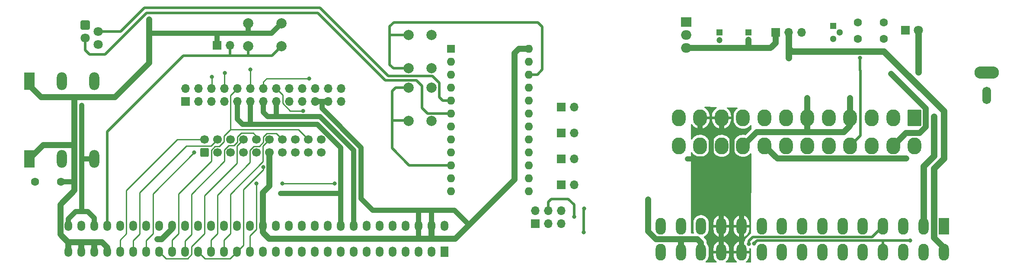
<source format=gbr>
%TF.GenerationSoftware,KiCad,Pcbnew,7.0.5*%
%TF.CreationDate,2024-11-28T08:35:35+00:00*%
%TF.ProjectId,Lisa_Floppy_Power,4c697361-5f46-46c6-9f70-70795f506f77,rev?*%
%TF.SameCoordinates,Original*%
%TF.FileFunction,Copper,L2,Bot*%
%TF.FilePolarity,Positive*%
%FSLAX46Y46*%
G04 Gerber Fmt 4.6, Leading zero omitted, Abs format (unit mm)*
G04 Created by KiCad (PCBNEW 7.0.5) date 2024-11-28 08:35:35*
%MOMM*%
%LPD*%
G01*
G04 APERTURE LIST*
G04 Aperture macros list*
%AMRoundRect*
0 Rectangle with rounded corners*
0 $1 Rounding radius*
0 $2 $3 $4 $5 $6 $7 $8 $9 X,Y pos of 4 corners*
0 Add a 4 corners polygon primitive as box body*
4,1,4,$2,$3,$4,$5,$6,$7,$8,$9,$2,$3,0*
0 Add four circle primitives for the rounded corners*
1,1,$1+$1,$2,$3*
1,1,$1+$1,$4,$5*
1,1,$1+$1,$6,$7*
1,1,$1+$1,$8,$9*
0 Add four rect primitives between the rounded corners*
20,1,$1+$1,$2,$3,$4,$5,0*
20,1,$1+$1,$4,$5,$6,$7,0*
20,1,$1+$1,$6,$7,$8,$9,0*
20,1,$1+$1,$8,$9,$2,$3,0*%
G04 Aperture macros list end*
%TA.AperFunction,ComponentPad*%
%ADD10R,1.500000X2.000000*%
%TD*%
%TA.AperFunction,ComponentPad*%
%ADD11O,1.500000X2.000000*%
%TD*%
%TA.AperFunction,ComponentPad*%
%ADD12R,1.700000X1.700000*%
%TD*%
%TA.AperFunction,ComponentPad*%
%ADD13O,1.700000X1.700000*%
%TD*%
%TA.AperFunction,ComponentPad*%
%ADD14R,1.600000X1.600000*%
%TD*%
%TA.AperFunction,ComponentPad*%
%ADD15O,1.600000X1.600000*%
%TD*%
%TA.AperFunction,ComponentPad*%
%ADD16R,1.800000X1.800000*%
%TD*%
%TA.AperFunction,ComponentPad*%
%ADD17C,1.800000*%
%TD*%
%TA.AperFunction,ComponentPad*%
%ADD18RoundRect,0.250000X0.600000X-0.600000X0.600000X0.600000X-0.600000X0.600000X-0.600000X-0.600000X0*%
%TD*%
%TA.AperFunction,ComponentPad*%
%ADD19C,1.700000*%
%TD*%
%TA.AperFunction,ComponentPad*%
%ADD20C,1.600000*%
%TD*%
%TA.AperFunction,ComponentPad*%
%ADD21C,2.000000*%
%TD*%
%TA.AperFunction,ComponentPad*%
%ADD22R,1.200000X1.200000*%
%TD*%
%TA.AperFunction,ComponentPad*%
%ADD23C,1.200000*%
%TD*%
%TA.AperFunction,ComponentPad*%
%ADD24O,4.800000X2.400000*%
%TD*%
%TA.AperFunction,ComponentPad*%
%ADD25O,1.700000X3.400000*%
%TD*%
%TA.AperFunction,ComponentPad*%
%ADD26R,1.300000X1.300000*%
%TD*%
%TA.AperFunction,ComponentPad*%
%ADD27C,1.300000*%
%TD*%
%TA.AperFunction,ComponentPad*%
%ADD28RoundRect,0.250000X-0.650000X0.650000X-0.650000X-0.650000X0.650000X-0.650000X0.650000X0.650000X0*%
%TD*%
%TA.AperFunction,ComponentPad*%
%ADD29R,2.000000X3.300000*%
%TD*%
%TA.AperFunction,ComponentPad*%
%ADD30O,2.000000X3.300000*%
%TD*%
%TA.AperFunction,ComponentPad*%
%ADD31R,2.000000X3.500000*%
%TD*%
%TA.AperFunction,ComponentPad*%
%ADD32O,2.000000X3.500000*%
%TD*%
%TA.AperFunction,ComponentPad*%
%ADD33R,2.000000X1.905000*%
%TD*%
%TA.AperFunction,ComponentPad*%
%ADD34O,2.000000X1.905000*%
%TD*%
%TA.AperFunction,ComponentPad*%
%ADD35RoundRect,0.250001X1.099999X1.399999X-1.099999X1.399999X-1.099999X-1.399999X1.099999X-1.399999X0*%
%TD*%
%TA.AperFunction,ComponentPad*%
%ADD36O,2.700000X3.300000*%
%TD*%
%TA.AperFunction,ViaPad*%
%ADD37C,0.800000*%
%TD*%
%TA.AperFunction,ViaPad*%
%ADD38C,1.000000*%
%TD*%
%TA.AperFunction,Conductor*%
%ADD39C,0.250000*%
%TD*%
%TA.AperFunction,Conductor*%
%ADD40C,1.200000*%
%TD*%
%TA.AperFunction,Conductor*%
%ADD41C,0.500000*%
%TD*%
%TA.AperFunction,Conductor*%
%ADD42C,1.250000*%
%TD*%
%TA.AperFunction,Conductor*%
%ADD43C,1.000000*%
%TD*%
G04 APERTURE END LIST*
D10*
%TO.P,J16,1,Pin_1*%
%TO.N,unconnected-(J16-Pin_1-Pad1)*%
X134818500Y-85888500D03*
D11*
%TO.P,J16,2,Pin_2*%
%TO.N,N/C*%
X134818500Y-80808500D03*
%TO.P,J16,3,Pin_3*%
%TO.N,unconnected-(J16-Pin_3-Pad3)*%
X132278500Y-85888500D03*
%TO.P,J16,4,Pin_4*%
%TO.N,+5V_L*%
X132278500Y-80808500D03*
%TO.P,J16,5,Pin_5*%
%TO.N,unconnected-(J16-Pin_5-Pad5)*%
X129738500Y-85888500D03*
%TO.P,J16,6,Pin_6*%
%TO.N,+5V_L*%
X129738500Y-80808500D03*
%TO.P,J16,7,Pin_7*%
%TO.N,unconnected-(J16-Pin_7-Pad7)*%
X127198500Y-85888500D03*
%TO.P,J16,8,Pin_8*%
%TO.N,unconnected-(J16-Pin_8-Pad8)*%
X127198500Y-80808500D03*
%TO.P,J16,9,Pin_9*%
%TO.N,unconnected-(J16-Pin_9-Pad9)*%
X124658500Y-85888500D03*
%TO.P,J16,10,Pin_10*%
%TO.N,unconnected-(J16-Pin_10-Pad10)*%
X124658500Y-80808500D03*
%TO.P,J16,11,Pin_11*%
%TO.N,unconnected-(J16-Pin_11-Pad11)*%
X122118500Y-85888500D03*
%TO.P,J16,12,Pin_12*%
%TO.N,GND-L*%
X122118500Y-80808500D03*
%TO.P,J16,13,Pin_13*%
%TO.N,unconnected-(J16-Pin_13-Pad13)*%
X119578500Y-85888500D03*
%TO.P,J16,14,Pin_14*%
%TO.N,GND-L*%
X119578500Y-80808500D03*
%TO.P,J16,15,Pin_15*%
%TO.N,unconnected-(J16-Pin_15-Pad15)*%
X117038500Y-85888500D03*
%TO.P,J16,16,Pin_16*%
%TO.N,GND-L*%
X117038500Y-80808500D03*
%TO.P,J16,17,Pin_17*%
%TO.N,unconnected-(J16-Pin_17-Pad17)*%
X114498500Y-85888500D03*
%TO.P,J16,18,Pin_18*%
%TO.N,GND-L*%
X114498500Y-80808500D03*
%TO.P,J16,19,Pin_19*%
%TO.N,unconnected-(J16-Pin_19-Pad19)*%
X111958500Y-85888500D03*
%TO.P,J16,20,Pin_20*%
%TO.N,+12V-L*%
X111958500Y-80808500D03*
%TO.P,J16,21,Pin_21*%
%TO.N,unconnected-(J16-Pin_21-Pad21)*%
X109418500Y-85888500D03*
%TO.P,J16,22,Pin_22*%
%TO.N,+12V-L*%
X109418500Y-80808500D03*
%TO.P,J16,23,Pin_23*%
%TO.N,unconnected-(J16-Pin_23-Pad23)*%
X106878500Y-85888500D03*
%TO.P,J16,24,Pin_24*%
%TO.N,+12V-L*%
X106878500Y-80808500D03*
%TO.P,J16,25,Pin_25*%
%TO.N,unconnected-(J16-Pin_25-Pad25)*%
X104338500Y-85888500D03*
%TO.P,J16,26,Pin_26*%
%TO.N,+12V-L*%
X104338500Y-80808500D03*
%TO.P,J16,27,Pin_27*%
%TO.N,unconnected-(J16-Pin_27-Pad27)*%
X101798500Y-85888500D03*
%TO.P,J16,28,Pin_28*%
%TO.N,N/C*%
X101798500Y-80808500D03*
%TO.P,J16,29,Pin_29*%
%TO.N,unconnected-(J16-Pin_29-Pad29)*%
X99258500Y-85888500D03*
%TO.P,J16,30,Pin_30*%
%TO.N,+5V_L*%
X99258500Y-80808500D03*
%TO.P,J16,31,Pin_31*%
%TO.N,MOTRCLK*%
X96718500Y-85888500D03*
%TO.P,J16,32,Pin_32*%
%TO.N,+5V_L*%
X96718500Y-80808500D03*
%TO.P,J16,33,Pin_33*%
%TO.N,RDA-A*%
X94178500Y-85888500D03*
%TO.P,J16,34,Pin_34*%
%TO.N,unconnected-(J16-Pin_34-Pad34)*%
X94178500Y-80808500D03*
%TO.P,J16,35,Pin_35*%
%TO.N,HDS-A*%
X91638500Y-85888500D03*
%TO.P,J16,36,Pin_36*%
%TO.N,unconnected-(J16-Pin_36-Pad36)*%
X91638500Y-80808500D03*
%TO.P,J16,37,Pin_37*%
%TO.N,{slash}DR1-A*%
X89098500Y-85888500D03*
%TO.P,J16,38,Pin_38*%
%TO.N,GND-L*%
X89098500Y-80808500D03*
%TO.P,J16,39,Pin_39*%
%TO.N,RDA-A*%
X86558500Y-85888500D03*
%TO.P,J16,40,Pin_40*%
%TO.N,GND-L*%
X86558500Y-80808500D03*
%TO.P,J16,41,Pin_41*%
%TO.N,{slash}WRQ-A*%
X84018500Y-85888500D03*
%TO.P,J16,42,Pin_42*%
%TO.N,GND-L*%
X84018500Y-80808500D03*
%TO.P,J16,43,Pin_43*%
%TO.N,WRD-A*%
X81478500Y-85888500D03*
%TO.P,J16,44,Pin_44*%
%TO.N,GND-L*%
X81478500Y-80808500D03*
%TO.P,J16,45,Pin_45*%
%TO.N,PH3-A*%
X78938500Y-85888500D03*
%TO.P,J16,46,Pin_46*%
%TO.N,+12V-L*%
X78938500Y-80808500D03*
%TO.P,J16,47,Pin_47*%
%TO.N,PH2-A*%
X76398500Y-85888500D03*
%TO.P,J16,48,Pin_48*%
%TO.N,+12V-L*%
X76398500Y-80808500D03*
%TO.P,J16,49,Pin_49*%
%TO.N,PH1-A*%
X73858500Y-85888500D03*
%TO.P,J16,50,Pin_50*%
%TO.N,+12V-L*%
X73858500Y-80808500D03*
%TO.P,J16,51,Pin_51*%
%TO.N,PH0-A*%
X71318500Y-85888500D03*
%TO.P,J16,52,Pin_52*%
%TO.N,+12V-L*%
X71318500Y-80808500D03*
%TO.P,J16,53,Pin_53*%
%TO.N,GND-L*%
X68778500Y-85888500D03*
%TO.P,J16,54,Pin_54*%
%TO.N,PWRSW*%
X68778500Y-80808500D03*
%TO.P,J16,55,Pin_55*%
%TO.N,GND-L*%
X66238500Y-85888500D03*
%TO.P,J16,56,Pin_56*%
%TO.N,+5V_L1*%
X66238500Y-80808500D03*
%TO.P,J16,57,Pin_57*%
%TO.N,GND-L*%
X63698500Y-85888500D03*
%TO.P,J16,58,Pin_58*%
%TO.N,KBD*%
X63698500Y-80808500D03*
%TO.P,J16,59,Pin_59*%
%TO.N,GND-L*%
X61158500Y-85888500D03*
%TO.P,J16,60,Pin_60*%
%TO.N,+5V_L1*%
X61158500Y-80808500D03*
%TD*%
D12*
%TO.P,J5,1,Pin_1*%
%TO.N,GND-R*%
X157700000Y-62621900D03*
D13*
%TO.P,J5,2,Pin_2*%
%TO.N,-5V*%
X160240000Y-62621900D03*
%TD*%
D14*
%TO.P,J15,1,D1/TX*%
%TO.N,unconnected-(J15-D1{slash}TX-Pad1)*%
X136110000Y-46111900D03*
D15*
%TO.P,J15,2,D0/RX*%
%TO.N,unconnected-(J15-D0{slash}RX-Pad2)*%
X136110000Y-48651900D03*
%TO.P,J15,3,GND*%
%TO.N,GND-L*%
X136110000Y-51191900D03*
%TO.P,J15,4,GND*%
X136110000Y-53731900D03*
%TO.P,J15,5,D2*%
%TO.N,M0110_DATA*%
X136110000Y-56271900D03*
%TO.P,J15,6,~D3*%
%TO.N,M0110_CLK*%
X136110000Y-58811900D03*
%TO.P,J15,7,D4/A6*%
%TO.N,KBD*%
X136110000Y-61351900D03*
%TO.P,J15,8,~D5*%
%TO.N,unconnected-(J15-~D5-Pad8)*%
X136110000Y-63891900D03*
%TO.P,J15,9,~D6/A7*%
%TO.N,CABLE*%
X136110000Y-66431900D03*
%TO.P,J15,10,D7*%
%TO.N,MOD*%
X136110000Y-68971900D03*
%TO.P,J15,11,D8/A8*%
%TO.N,DE{slash}FR*%
X136110000Y-71511900D03*
%TO.P,J15,12,~D9/A9*%
%TO.N,US{slash}UK*%
X136110000Y-74051900D03*
%TO.P,J15,13,~D10/A10*%
%TO.N,unconnected-(J15-~D10{slash}A10-Pad13)*%
X151350000Y-74051900D03*
%TO.P,J15,14,D16*%
%TO.N,unconnected-(J15-D16-Pad14)*%
X151350000Y-71511900D03*
%TO.P,J15,15,D14*%
%TO.N,unconnected-(J15-D14-Pad15)*%
X151350000Y-68971900D03*
%TO.P,J15,16,D15*%
%TO.N,unconnected-(J15-D15-Pad16)*%
X151350000Y-66431900D03*
%TO.P,J15,17,D18/A0*%
%TO.N,unconnected-(J15-D18{slash}A0-Pad17)*%
X151350000Y-63891900D03*
%TO.P,J15,18,D19/A1*%
%TO.N,unconnected-(J15-D19{slash}A1-Pad18)*%
X151350000Y-61351900D03*
%TO.P,J15,19,D20/A2*%
%TO.N,unconnected-(J15-D20{slash}A2-Pad19)*%
X151350000Y-58811900D03*
%TO.P,J15,20,D21/A3*%
%TO.N,unconnected-(J15-D21{slash}A3-Pad20)*%
X151350000Y-56271900D03*
%TO.P,J15,21,VCC*%
%TO.N,unconnected-(J15-VCC-Pad21)*%
X151350000Y-53731900D03*
%TO.P,J15,22,RST*%
%TO.N,KBD_RESET*%
X151350000Y-51191900D03*
%TO.P,J15,23,GND*%
%TO.N,GND-L*%
X151350000Y-48651900D03*
%TO.P,J15,24,RAW*%
%TO.N,+5V_L*%
X151350000Y-46111900D03*
%TD*%
D16*
%TO.P,D1,1,K*%
%TO.N,Net-(D1-K)*%
X225120000Y-42470000D03*
D17*
%TO.P,D1,2,A*%
%TO.N,+5V*%
X227660000Y-42470000D03*
%TD*%
D18*
%TO.P,J17,1,Pin_1*%
%TO.N,GND-L*%
X87850000Y-66431900D03*
D19*
%TO.P,J17,2,Pin_2*%
%TO.N,PH0-A*%
X87850000Y-63891900D03*
%TO.P,J17,3,Pin_3*%
%TO.N,GND-L*%
X90390000Y-66431900D03*
%TO.P,J17,4,Pin_4*%
%TO.N,PH1-A*%
X90390000Y-63891900D03*
%TO.P,J17,5,Pin_5*%
%TO.N,GND-L*%
X92930000Y-66431900D03*
%TO.P,J17,6,Pin_6*%
%TO.N,PH2-A*%
X92930000Y-63891900D03*
%TO.P,J17,7,Pin_7*%
%TO.N,GND-L*%
X95470000Y-66431900D03*
%TO.P,J17,8,Pin_8*%
%TO.N,PH3-A*%
X95470000Y-63891900D03*
%TO.P,J17,9,Pin_9*%
%TO.N,unconnected-(J17-Pin_9-Pad9)*%
X98010000Y-66431900D03*
%TO.P,J17,10,Pin_10*%
%TO.N,{slash}WRQ-A*%
X98010000Y-63891900D03*
%TO.P,J17,11,Pin_11*%
%TO.N,+5V_L*%
X100550000Y-66431900D03*
%TO.P,J17,12,Pin_12*%
%TO.N,HDS-A*%
X100550000Y-63891900D03*
%TO.P,J17,13,Pin_13*%
%TO.N,+12V-L*%
X103090000Y-66431900D03*
%TO.P,J17,14,Pin_14*%
%TO.N,{slash}DR1-A*%
X103090000Y-63891900D03*
%TO.P,J17,15,Pin_15*%
%TO.N,+12V-L*%
X105630000Y-66431900D03*
%TO.P,J17,16,Pin_16*%
%TO.N,RDA-A*%
X105630000Y-63891900D03*
%TO.P,J17,17,Pin_17*%
%TO.N,+12V-L*%
X108170000Y-66431900D03*
%TO.P,J17,18,Pin_18*%
%TO.N,WRD-A*%
X108170000Y-63891900D03*
%TO.P,J17,19,Pin_19*%
%TO.N,+12V-L*%
X110710000Y-66431900D03*
%TO.P,J17,20,Pin_20*%
%TO.N,unconnected-(J17-Pin_20-Pad20)*%
X110710000Y-63891900D03*
%TD*%
D20*
%TO.P,R3,1*%
%TO.N,GND-R*%
X215735000Y-40950000D03*
%TO.P,R3,2*%
%TO.N,Net-(D1-K)*%
X220815000Y-40950000D03*
%TD*%
D12*
%TO.P,J2,1,Pin_1*%
%TO.N,GND-R*%
X157700000Y-72781900D03*
D13*
%TO.P,J2,2,Pin_2*%
%TO.N,+5V*%
X160240000Y-72781900D03*
%TD*%
D21*
%TO.P,SW5,1,1*%
%TO.N,GND-L*%
X96380000Y-41130000D03*
X102880000Y-41130000D03*
%TO.P,SW5,2,2*%
%TO.N,PWRSW*%
X96380000Y-45630000D03*
X102880000Y-45630000D03*
%TD*%
D22*
%TO.P,C1,1*%
%TO.N,GND-R*%
X188700000Y-42890000D03*
D23*
%TO.P,C1,2*%
%TO.N,-12V*%
X188700000Y-44390000D03*
%TD*%
D24*
%TO.P,J14,1*%
%TO.N,GND-R*%
X240960000Y-50780000D03*
D25*
%TO.P,J14,2*%
%TO.N,SPKR*%
X240960000Y-55280000D03*
%TD*%
D12*
%TO.P,J8,1,+12V*%
%TO.N,+12V-L*%
X84150000Y-56480000D03*
D13*
%TO.P,J8,2,PH0*%
%TO.N,PH0-A*%
X84150000Y-53940000D03*
%TO.P,J8,3,+12V*%
%TO.N,+12V-L*%
X86690000Y-56480000D03*
%TO.P,J8,4,PH1*%
%TO.N,PH1-A*%
X86690000Y-53940000D03*
%TO.P,J8,5,+12V*%
%TO.N,+12V-L*%
X89230000Y-56480000D03*
%TO.P,J8,6,PH2*%
%TO.N,PH2-A*%
X89230000Y-53940000D03*
%TO.P,J8,7,+12V*%
%TO.N,+12V-L*%
X91770000Y-56480000D03*
%TO.P,J8,8,PH3*%
%TO.N,PH3-A*%
X91770000Y-53940000D03*
%TO.P,J8,9,GND*%
%TO.N,GND-L*%
X94310000Y-56480000D03*
%TO.P,J8,10,WR*%
%TO.N,WRD-A*%
X94310000Y-53940000D03*
%TO.P,J8,11,GND*%
%TO.N,GND-L*%
X96850000Y-56480000D03*
%TO.P,J8,12,/WREQ*%
%TO.N,{slash}WRQ-A*%
X96850000Y-53940000D03*
%TO.P,J8,13,GND*%
%TO.N,GND-L*%
X99390000Y-56480000D03*
%TO.P,J8,14,RD*%
%TO.N,RDA-A*%
X99390000Y-53940000D03*
%TO.P,J8,15,GND*%
%TO.N,GND-L*%
X101930000Y-56480000D03*
%TO.P,J8,16,/DRVSEL*%
%TO.N,{slash}DR1-A*%
X101930000Y-53940000D03*
%TO.P,J8,17,N/C*%
%TO.N,N/C*%
X104470000Y-56480000D03*
%TO.P,J8,18,HEADSEL*%
%TO.N,HDS-A*%
X104470000Y-53940000D03*
%TO.P,J8,19,N/C*%
%TO.N,N/C*%
X107010000Y-56480000D03*
%TO.P,J8,20,SENSE*%
%TO.N,RDA-A*%
X107010000Y-53940000D03*
%TO.P,J8,21,+5V*%
%TO.N,+5V_L*%
X109550000Y-56480000D03*
%TO.P,J8,22,MOTRCLK*%
%TO.N,MOTRCLK*%
X109550000Y-53940000D03*
%TO.P,J8,23,+5V*%
%TO.N,+5V_L*%
X112090000Y-56480000D03*
%TO.P,J8,24,/IRQ*%
%TO.N,N/C*%
X112090000Y-53940000D03*
%TO.P,J8,25,+5V*%
X114630000Y-56480000D03*
%TO.P,J8,26,N/C*%
X114630000Y-53940000D03*
%TD*%
D26*
%TO.P,Q1,1,E*%
%TO.N,GND-R*%
X210970000Y-41670000D03*
D27*
%TO.P,Q1,2,B*%
%TO.N,Net-(Q1-B)*%
X212240000Y-42940000D03*
%TO.P,Q1,3,C*%
%TO.N,PS_ON*%
X210970000Y-44210000D03*
%TD*%
D12*
%TO.P,J10,1,Pin_1*%
%TO.N,GND-L*%
X90270000Y-45470000D03*
D13*
%TO.P,J10,2,Pin_2*%
%TO.N,PWRSW*%
X92810000Y-45470000D03*
%TD*%
D12*
%TO.P,J11,1,Pin_1*%
%TO.N,VIDEO*%
X152620000Y-80401900D03*
D13*
%TO.P,J11,2,Pin_2*%
%TO.N,GND-R*%
X152620000Y-77861900D03*
%TO.P,J11,3,Pin_3*%
%TO.N,{slash}VSYNC*%
X155160000Y-80401900D03*
%TO.P,J11,4,Pin_4*%
%TO.N,{slash}HSYNC*%
X155160000Y-77861900D03*
%TO.P,J11,5,Pin_5*%
%TO.N,SPKR*%
X157700000Y-80401900D03*
%TO.P,J11,6,Pin_6*%
%TO.N,GND-R*%
X157700000Y-77861900D03*
%TD*%
D20*
%TO.P,R1,1*%
%TO.N,ON{slash}OFF*%
X220825000Y-44200000D03*
%TO.P,R1,2*%
%TO.N,Net-(Q1-B)*%
X215745000Y-44200000D03*
%TD*%
D28*
%TO.P,J7,1*%
%TO.N,VCC{slash}GND*%
X64510000Y-41430000D03*
D17*
%TO.P,J7,2*%
%TO.N,M0110_DATA*%
X67050000Y-42700000D03*
%TO.P,J7,3*%
%TO.N,M0110_CLK*%
X64510000Y-43970000D03*
%TO.P,J7,4*%
%TO.N,GND{slash}VCC*%
X67050000Y-45240000D03*
%TD*%
D29*
%TO.P,J9,1,Pin_1*%
%TO.N,-12V*%
X232578500Y-80888500D03*
D30*
%TO.P,J9,2,Pin_2*%
%TO.N,+5VSB*%
X228618500Y-80888500D03*
%TO.P,J9,3,Pin_3*%
%TO.N,ON{slash}OFF*%
X224658500Y-80888500D03*
%TO.P,J9,4,Pin_4*%
%TO.N,VIDEO*%
X220698500Y-80888500D03*
%TO.P,J9,5,Pin_5*%
%TO.N,GND-R*%
X216738500Y-80888500D03*
%TO.P,J9,6,Pin_6*%
X212778500Y-80888500D03*
%TO.P,J9,7,Pin_7*%
X208818500Y-80888500D03*
%TO.P,J9,8,Pin_8*%
X204858500Y-80888500D03*
%TO.P,J9,9,Pin_9*%
%TO.N,+5V*%
X200898500Y-80888500D03*
%TO.P,J9,10,Pin_10*%
X196938500Y-80888500D03*
%TO.P,J9,11,Pin_11*%
%TO.N,+12V-R*%
X192978500Y-80888500D03*
%TO.P,J9,12,Pin_12*%
X189018500Y-80888500D03*
%TO.P,J9,13,Pin_13*%
%TO.N,{slash}VSYNC*%
X185058500Y-80888500D03*
%TO.P,J9,14,Pin_14*%
%TO.N,unconnected-(J9-Pin_14-Pad14)*%
X181098500Y-80888500D03*
%TO.P,J9,15,Pin_15*%
%TO.N,{slash}HSYNC*%
X177138500Y-80888500D03*
%TO.P,J9,A,Pin_A*%
%TO.N,-5V*%
X232578500Y-85968500D03*
%TO.P,J9,B,Pin_B*%
%TO.N,unconnected-(J9-Pin_B-PadB)*%
X228618500Y-85968500D03*
%TO.P,J9,C,Pin_C*%
%TO.N,GND-R*%
X224658500Y-85968500D03*
%TO.P,J9,D,Pin_D*%
%TO.N,SPKR*%
X220698500Y-85968500D03*
%TO.P,J9,E,Pin_E*%
%TO.N,GND-R*%
X216738500Y-85968500D03*
%TO.P,J9,F,Pin_F*%
X212778500Y-85968500D03*
%TO.P,J9,H,Pin_H*%
X208818500Y-85968500D03*
%TO.P,J9,J,Pin_J*%
X204858500Y-85968500D03*
%TO.P,J9,K,Pin_K*%
%TO.N,+5V*%
X200898500Y-85968500D03*
%TO.P,J9,L,Pin_L*%
X196938500Y-85968500D03*
%TO.P,J9,M,Pin_M*%
%TO.N,+12V-R*%
X192978500Y-85968500D03*
%TO.P,J9,N,Pin_N*%
X189018500Y-85968500D03*
%TO.P,J9,P,Pin_P*%
%TO.N,GND-R*%
X185058500Y-85968500D03*
%TO.P,J9,R,Pin_R*%
X181098500Y-85968500D03*
%TO.P,J9,S,Pin_S*%
%TO.N,EDGECONT*%
X177138500Y-85968500D03*
%TD*%
D31*
%TO.P,J1,1,S*%
%TO.N,GND-L*%
X53560000Y-52461900D03*
X53560000Y-67701900D03*
D32*
%TO.P,J1,2,T*%
%TO.N,+5V_L1*%
X66260000Y-52461900D03*
X66260000Y-67701900D03*
%TO.P,J1,3,R*%
%TO.N,KBD*%
X59910000Y-52461900D03*
X59910000Y-67701900D03*
%TD*%
D12*
%TO.P,J3,1,Pin_1*%
%TO.N,GND-R*%
X157700000Y-67701900D03*
D13*
%TO.P,J3,2,Pin_2*%
%TO.N,+12V-R*%
X160240000Y-67701900D03*
%TD*%
D12*
%TO.P,JP1,1,A*%
%TO.N,-5V_7905*%
X199659000Y-42926000D03*
D13*
%TO.P,JP1,2,C*%
%TO.N,-5V*%
X202199000Y-42926000D03*
%TO.P,JP1,3,B*%
%TO.N,-5V_ATX*%
X204739000Y-42926000D03*
%TD*%
D21*
%TO.P,SW4,1,1*%
%TO.N,GND-L*%
X132300000Y-53731900D03*
X132300000Y-60231900D03*
%TO.P,SW4,2,2*%
%TO.N,MOD*%
X127800000Y-53731900D03*
X127800000Y-60231900D03*
%TD*%
D22*
%TO.P,C2,1*%
%TO.N,GND-R*%
X194380000Y-42867401D03*
D23*
%TO.P,C2,2*%
%TO.N,-5V_7905*%
X194380000Y-44367401D03*
%TD*%
D21*
%TO.P,SW3,1,1*%
%TO.N,GND-L*%
X132300000Y-43421900D03*
X132300000Y-49921900D03*
%TO.P,SW3,2,2*%
%TO.N,KBD_RESET*%
X127800000Y-43421900D03*
X127800000Y-49921900D03*
%TD*%
D12*
%TO.P,J6,1,Pin_1*%
%TO.N,GND-R*%
X157700000Y-57541900D03*
D13*
%TO.P,J6,2,Pin_2*%
%TO.N,-12V*%
X160240000Y-57541900D03*
%TD*%
D33*
%TO.P,U1,1,GND*%
%TO.N,GND-R*%
X182118000Y-40894000D03*
D34*
%TO.P,U1,2,VI*%
%TO.N,-12V*%
X182118000Y-43434000D03*
%TO.P,U1,3,VO*%
%TO.N,-5V_7905*%
X182118000Y-45974000D03*
%TD*%
D35*
%TO.P,J4,1,+3.3V*%
%TO.N,N/C*%
X226880000Y-59636900D03*
D36*
%TO.P,J4,2,+3.3V*%
X222680000Y-59636900D03*
%TO.P,J4,3,GND*%
%TO.N,GND-R*%
X218480000Y-59636900D03*
%TO.P,J4,4,+5V*%
%TO.N,+5V*%
X214280000Y-59636900D03*
%TO.P,J4,5,GND*%
%TO.N,GND-R*%
X210080000Y-59636900D03*
%TO.P,J4,6,+5V*%
%TO.N,+5V*%
X205880000Y-59636900D03*
%TO.P,J4,7,GND*%
%TO.N,GND-R*%
X201680000Y-59636900D03*
%TO.P,J4,8,PWR_OK*%
%TO.N,N/C*%
X197480000Y-59636900D03*
%TO.P,J4,9,+5VSB*%
%TO.N,+5VSB*%
X193280000Y-59636900D03*
%TO.P,J4,10,+12V*%
%TO.N,+12V-R*%
X189080000Y-59636900D03*
%TO.P,J4,11,+12V*%
X184880000Y-59636900D03*
%TO.P,J4,12,+3.3V*%
%TO.N,N/C*%
X180680000Y-59636900D03*
%TO.P,J4,13,+3.3V*%
X226880000Y-65136900D03*
%TO.P,J4,14,-12V*%
%TO.N,-12V*%
X222680000Y-65136900D03*
%TO.P,J4,15,GND*%
%TO.N,GND-R*%
X218480000Y-65136900D03*
%TO.P,J4,16,PS_ON#*%
%TO.N,PS_ON*%
X214280000Y-65136900D03*
%TO.P,J4,17,GND*%
%TO.N,GND-R*%
X210080000Y-65136900D03*
%TO.P,J4,18,GND*%
X205880000Y-65136900D03*
%TO.P,J4,19,GND*%
X201680000Y-65136900D03*
%TO.P,J4,20,-5V*%
%TO.N,-5V_ATX*%
X197480000Y-65136900D03*
%TO.P,J4,21,+5V*%
%TO.N,+5V*%
X193280000Y-65136900D03*
%TO.P,J4,22,+5V*%
X189080000Y-65136900D03*
%TO.P,J4,23,+5V*%
X184880000Y-65136900D03*
%TO.P,J4,24,GND*%
%TO.N,GND-R*%
X180680000Y-65136900D03*
%TD*%
D20*
%TO.P,R2,1*%
%TO.N,KBD*%
X54620000Y-72210000D03*
%TO.P,R2,2*%
%TO.N,GND-L*%
X59700000Y-72210000D03*
%TD*%
D37*
%TO.N,PS_ON*%
X216230000Y-47931000D03*
D38*
%TO.N,-12V*%
X222270200Y-51019800D03*
%TO.N,+5V*%
X227660000Y-50650000D03*
X205880000Y-55740000D03*
D37*
X214270000Y-55750600D03*
D38*
%TO.N,-5V*%
X202260000Y-47920000D03*
%TO.N,+5VSB*%
X230637000Y-59383100D03*
%TO.N,-5V_ATX*%
X225280000Y-67651400D03*
D37*
%TO.N,PH2-A*%
X89250000Y-51610000D03*
X85820000Y-66420000D03*
%TO.N,PH3-A*%
X91790000Y-50885500D03*
%TO.N,{slash}WRQ-A*%
X96830000Y-50161000D03*
%TO.N,{slash}DR1-A*%
X107100000Y-58300500D03*
%TO.N,RDA-A*%
X99340000Y-69330000D03*
X108290000Y-51950000D03*
%TO.N,VIDEO*%
X194420000Y-84370000D03*
%TO.N,{slash}VSYNC*%
X162130000Y-82120000D03*
X162150000Y-77420000D03*
%TO.N,{slash}HSYNC*%
X160210000Y-79060000D03*
%TO.N,SPKR*%
X226042900Y-83727900D03*
X195460000Y-84300000D03*
%TO.N,MOTRCLK*%
X103100000Y-72540000D03*
X97990000Y-72560000D03*
X113350000Y-72520000D03*
D38*
%TO.N,GND-L*%
X78648200Y-83425100D03*
D37*
X76962000Y-40370000D03*
D38*
X102760000Y-74450000D03*
D37*
%TO.N,+5V_L1*%
X63800000Y-57240000D03*
%TO.N,+12V-R*%
X182430000Y-67710000D03*
%TO.N,GND-R*%
X174690000Y-75700000D03*
%TD*%
D39*
%TO.N,PH1-A*%
X89128300Y-65153600D02*
X90390000Y-63891900D01*
X75150000Y-74300000D02*
X84296400Y-65153600D01*
X75150000Y-82460000D02*
X75150000Y-74300000D01*
X73858500Y-83751500D02*
X75150000Y-82460000D01*
X84296400Y-65153600D02*
X89128300Y-65153600D01*
X73858500Y-85888500D02*
X73858500Y-83751500D01*
%TO.N,PH0-A*%
X71318500Y-83611500D02*
X71318500Y-85888500D01*
X72550000Y-73870000D02*
X72550000Y-82380000D01*
X72550000Y-82380000D02*
X71318500Y-83611500D01*
X87850000Y-63891900D02*
X82528100Y-63891900D01*
X82528100Y-63891900D02*
X72550000Y-73870000D01*
%TO.N,PH2-A*%
X76398500Y-83681500D02*
X76398500Y-85888500D01*
X77721300Y-82358700D02*
X76398500Y-83681500D01*
X77721300Y-74578700D02*
X77721300Y-82358700D01*
X85820000Y-66420000D02*
X85820000Y-66480000D01*
X85820000Y-66480000D02*
X77721300Y-74578700D01*
D40*
%TO.N,GND-L*%
X53560000Y-53330000D02*
X53560000Y-52461900D01*
X55850000Y-55620000D02*
X53560000Y-53330000D01*
X63780000Y-55620000D02*
X55850000Y-55620000D01*
X56281900Y-64980000D02*
X53560000Y-67701900D01*
X62380000Y-64980000D02*
X56281900Y-64980000D01*
X62380000Y-64980000D02*
X62380000Y-55620000D01*
X62380000Y-72170000D02*
X62380000Y-64980000D01*
D41*
%TO.N,PS_ON*%
X216230000Y-50341316D02*
X216240000Y-50351316D01*
X216240000Y-50351316D02*
X216240000Y-63176900D01*
X216230000Y-47931000D02*
X216230000Y-50341316D01*
X216240000Y-63176900D02*
X214280000Y-65136900D01*
D40*
%TO.N,-12V*%
X222270200Y-51019800D02*
X229087000Y-57836600D01*
X229087000Y-61427600D02*
X227861000Y-62653800D01*
X227861000Y-62653800D02*
X225163000Y-62653800D01*
X225163000Y-62653800D02*
X222680000Y-65136900D01*
X229087000Y-57836600D02*
X229087000Y-61427600D01*
%TO.N,-5V_7905*%
X199659000Y-45021000D02*
X199659000Y-42926000D01*
X194370000Y-45974000D02*
X198706000Y-45974000D01*
X182118000Y-45974000D02*
X194370000Y-45974000D01*
X198706000Y-45974000D02*
X199659000Y-45021000D01*
X194380000Y-44367401D02*
X194380000Y-45964000D01*
D39*
X194380000Y-45964000D02*
X194370000Y-45974000D01*
D40*
%TO.N,+5V*%
X213040000Y-62430000D02*
X205880000Y-62430000D01*
X205880000Y-55740000D02*
X205880000Y-59636900D01*
X205880000Y-59636900D02*
X205880000Y-62430000D01*
X214280000Y-55750000D02*
X214280000Y-59636900D01*
X214280000Y-55750000D02*
X214270600Y-55750000D01*
X214280000Y-59636900D02*
X214280000Y-61190000D01*
X195986900Y-62430000D02*
X193280000Y-65136900D01*
D42*
X227660000Y-50650000D02*
X227660000Y-42470000D01*
D40*
X214270600Y-55750000D02*
X214270000Y-55750600D01*
X205880000Y-62430000D02*
X195986900Y-62430000D01*
X214280000Y-61190000D02*
X213040000Y-62430000D01*
D41*
%TO.N,M0110_DATA*%
X71430000Y-42730000D02*
X67080000Y-42730000D01*
X134481900Y-56271900D02*
X133830000Y-55620000D01*
X133830000Y-52850000D02*
X132430000Y-51450000D01*
X76090000Y-38070000D02*
X71430000Y-42730000D01*
X133830000Y-55620000D02*
X133830000Y-52850000D01*
X67080000Y-42730000D02*
X67050000Y-42700000D01*
X110460000Y-38070000D02*
X76090000Y-38070000D01*
X123840000Y-51450000D02*
X110460000Y-38070000D01*
X132430000Y-51450000D02*
X123840000Y-51450000D01*
X136110000Y-56271900D02*
X134481900Y-56271900D01*
%TO.N,M0110_CLK*%
X123185122Y-52281900D02*
X129301900Y-52281900D01*
X76520000Y-39080000D02*
X109983222Y-39080000D01*
X68400000Y-47200000D02*
X76520000Y-39080000D01*
X64510000Y-43970000D02*
X64510000Y-46410000D01*
X131501900Y-58781900D02*
X136080000Y-58781900D01*
X130430000Y-53410000D02*
X130430000Y-57710000D01*
X129301900Y-52281900D02*
X130430000Y-53410000D01*
X64510000Y-46410000D02*
X65300000Y-47200000D01*
X65300000Y-47200000D02*
X68400000Y-47200000D01*
X109983222Y-39080000D02*
X123185122Y-52281900D01*
X130430000Y-57710000D02*
X131501900Y-58781900D01*
X136080000Y-58781900D02*
X136110000Y-58811900D01*
D42*
%TO.N,-5V*%
X202260000Y-47920000D02*
X202260000Y-46050000D01*
X230690000Y-69530000D02*
X232580000Y-67640000D01*
D43*
X202260000Y-42987000D02*
X202199000Y-42926000D01*
D42*
X230690000Y-82880000D02*
X230690000Y-69530000D01*
D40*
X230690000Y-83210000D02*
X232578500Y-85098500D01*
X230690000Y-82880000D02*
X230690000Y-83210000D01*
X202199000Y-42926000D02*
X202220000Y-42947000D01*
D42*
X220860000Y-46620000D02*
X202830000Y-46620000D01*
X202260000Y-46050000D02*
X202260000Y-42987000D01*
X232580000Y-67640000D02*
X232580000Y-58340000D01*
D40*
X232578500Y-85098500D02*
X232578500Y-85968500D01*
D42*
X232580000Y-58340000D02*
X220860000Y-46620000D01*
X202830000Y-46620000D02*
X202260000Y-46050000D01*
D41*
%TO.N,PWRSW*%
X101030000Y-47480000D02*
X96380000Y-47480000D01*
X102880000Y-45630000D02*
X101030000Y-47480000D01*
X83730000Y-47450000D02*
X99630000Y-47450000D01*
X96380000Y-45630000D02*
X96380000Y-47480000D01*
X68778500Y-62401500D02*
X83730000Y-47450000D01*
X68778500Y-80808500D02*
X68778500Y-62401500D01*
X92810000Y-45470000D02*
X92810000Y-47480000D01*
X96380000Y-47480000D02*
X92810000Y-47480000D01*
D42*
%TO.N,+5VSB*%
X228618500Y-79969500D02*
X228618500Y-80888500D01*
X230637000Y-67123000D02*
X228618000Y-69142000D01*
X228618000Y-69142000D02*
X228618000Y-79969000D01*
X230637000Y-59383100D02*
X230637000Y-67123000D01*
D40*
X228618000Y-79969000D02*
X228618000Y-80275500D01*
X228618000Y-79969000D02*
X228618500Y-79969500D01*
%TO.N,-5V_ATX*%
X199994000Y-67651400D02*
X197480000Y-65136900D01*
X225280000Y-67651400D02*
X199994000Y-67651400D01*
D39*
%TO.N,PH2-A*%
X89250000Y-53920000D02*
X89230000Y-53940000D01*
X89250000Y-51610000D02*
X89250000Y-53920000D01*
%TO.N,PH3-A*%
X87828500Y-74941500D02*
X87828500Y-82391500D01*
X85288500Y-84931500D02*
X85288500Y-86461800D01*
X85288500Y-86461800D02*
X84499500Y-87250800D01*
X91790000Y-50960000D02*
X91790000Y-50885500D01*
X95470000Y-63891900D02*
X94200000Y-65161900D01*
X94200000Y-68570000D02*
X87828500Y-74941500D01*
X91770000Y-53940000D02*
X91770000Y-50980000D01*
X84499500Y-87250800D02*
X80300800Y-87250800D01*
X91770000Y-50980000D02*
X91790000Y-50960000D01*
X94200000Y-65161900D02*
X94200000Y-68570000D01*
X87828500Y-82391500D02*
X85288500Y-84931500D01*
X80300800Y-87250800D02*
X78938500Y-85888500D01*
%TO.N,{slash}WRQ-A*%
X98010000Y-63310000D02*
X98010000Y-63891900D01*
X95030199Y-62670000D02*
X97370000Y-62670000D01*
X84018500Y-83801500D02*
X85270000Y-82550000D01*
X94295000Y-64395000D02*
X94295000Y-63405199D01*
X91755000Y-68165000D02*
X91755000Y-65945199D01*
X96830000Y-50161000D02*
X96850000Y-50181000D01*
X84018500Y-85888500D02*
X84018500Y-83801500D01*
X93590000Y-65100000D02*
X94295000Y-64395000D01*
X91755000Y-65945199D02*
X92600199Y-65100000D01*
X94295000Y-63405199D02*
X95030199Y-62670000D01*
X97370000Y-62670000D02*
X98010000Y-63310000D01*
X92600199Y-65100000D02*
X93590000Y-65100000D01*
X85270000Y-82550000D02*
X85270000Y-74650000D01*
X96850000Y-50181000D02*
X96850000Y-53940000D01*
X85270000Y-74650000D02*
X91755000Y-68165000D01*
%TO.N,HDS-A*%
X92911500Y-82358500D02*
X92911500Y-74612400D01*
X92911500Y-74612400D02*
X99280000Y-68243900D01*
X99280000Y-65161900D02*
X100550000Y-63891900D01*
X91638500Y-85888500D02*
X91638500Y-83631500D01*
X91638500Y-83631500D02*
X92911500Y-82358500D01*
X99280000Y-68243900D02*
X99280000Y-65161900D01*
%TO.N,{slash}DR1-A*%
X89098500Y-83601500D02*
X89098500Y-85888500D01*
X107100000Y-58300500D02*
X104628799Y-58300500D01*
X90370000Y-82330000D02*
X89098500Y-83601500D01*
X103090000Y-63891900D02*
X101915000Y-62716900D01*
X104628799Y-58300500D02*
X103130000Y-56801701D01*
X90370000Y-74780000D02*
X90370000Y-82330000D01*
X97523299Y-65256900D02*
X96740000Y-66040199D01*
X96740000Y-66040199D02*
X96740000Y-68410000D01*
X98548605Y-65256900D02*
X97523299Y-65256900D01*
X99375000Y-63405199D02*
X99375000Y-64430505D01*
X103130000Y-56801701D02*
X103130000Y-55140000D01*
X96740000Y-68410000D02*
X90370000Y-74780000D01*
X99375000Y-64430505D02*
X98548605Y-65256900D01*
X101915000Y-62716900D02*
X100063299Y-62716900D01*
X103130000Y-55140000D02*
X101930000Y-53940000D01*
X100063299Y-62716900D02*
X99375000Y-63405199D01*
%TO.N,RDA-A*%
X92838800Y-87228200D02*
X87898200Y-87228200D01*
X100000000Y-51950000D02*
X99390000Y-52560000D01*
X94178500Y-85888500D02*
X93640100Y-85888500D01*
X87898200Y-87228200D02*
X86558500Y-85888500D01*
X93640100Y-85888500D02*
X93909300Y-86157700D01*
X93909300Y-86157700D02*
X92838800Y-87228200D01*
X95448500Y-73753352D02*
X95448500Y-84618500D01*
X95448500Y-84618500D02*
X94178500Y-85888500D01*
X108290000Y-51950000D02*
X100000000Y-51950000D01*
X99340000Y-69330000D02*
X99340000Y-69861852D01*
X99390000Y-52560000D02*
X99390000Y-53940000D01*
X99340000Y-69861852D02*
X95448500Y-73753352D01*
%TO.N,WRD-A*%
X106228100Y-61950000D02*
X92920000Y-61950000D01*
X89902100Y-65255000D02*
X90727800Y-65255000D01*
X94310000Y-53940000D02*
X92945000Y-55305000D01*
X89173300Y-65983800D02*
X89902100Y-65255000D01*
X89173300Y-68156700D02*
X89173300Y-65983800D01*
X91660000Y-63210000D02*
X92660000Y-62210000D01*
X92945000Y-61925000D02*
X92660000Y-62210000D01*
X108170000Y-63891900D02*
X106228100Y-61950000D01*
X91660000Y-64322800D02*
X91660000Y-63210000D01*
X81478500Y-85888500D02*
X81478500Y-83651500D01*
X92945000Y-55305000D02*
X92945000Y-61925000D01*
X82750000Y-74580000D02*
X89173300Y-68156700D01*
X92920000Y-61950000D02*
X92660000Y-62210000D01*
X81478500Y-83651500D02*
X82750000Y-82380000D01*
X90727800Y-65255000D02*
X91660000Y-64322800D01*
X82750000Y-82380000D02*
X82750000Y-74580000D01*
D41*
%TO.N,VIDEO*%
X194420000Y-84370000D02*
X194420000Y-83810000D01*
X195202100Y-83027900D02*
X218559100Y-83027900D01*
D39*
X220698500Y-81629300D02*
X220698500Y-80888500D01*
D41*
X218559100Y-83027900D02*
X220698500Y-80888500D01*
X194420000Y-83810000D02*
X195202100Y-83027900D01*
D39*
X220698000Y-81629800D02*
X220698500Y-81629300D01*
X220698000Y-81629800D02*
X220698000Y-81382700D01*
D41*
%TO.N,{slash}VSYNC*%
X162130000Y-77440000D02*
X162130000Y-82120000D01*
X162150000Y-77420000D02*
X162130000Y-77440000D01*
%TO.N,{slash}HSYNC*%
X155770000Y-75570000D02*
X155160000Y-76180000D01*
X160210000Y-76700000D02*
X159080000Y-75570000D01*
X159080000Y-75570000D02*
X155770000Y-75570000D01*
X160210000Y-79060000D02*
X160210000Y-76700000D01*
X155160000Y-76180000D02*
X155160000Y-77861900D01*
D39*
%TO.N,SPKR*%
X220698000Y-85474200D02*
X220698000Y-85597700D01*
D41*
X220698000Y-84980000D02*
X220698000Y-83735900D01*
X226042900Y-83727900D02*
X220712100Y-83727900D01*
X195460000Y-84300000D02*
X196032100Y-83727900D01*
X196032100Y-83727900D02*
X220690000Y-83727900D01*
D39*
X220698500Y-85598200D02*
X220698500Y-85968500D01*
X220698000Y-85597700D02*
X220698500Y-85598200D01*
X220698000Y-84980000D02*
X220698000Y-85227100D01*
X220698000Y-85227100D02*
X220698000Y-85474200D01*
X220698000Y-85597700D02*
X220698000Y-85721300D01*
D41*
%TO.N,KBD_RESET*%
X124920000Y-40930000D02*
X153090000Y-40930000D01*
X127800000Y-43421900D02*
X124121900Y-43421900D01*
X127800000Y-49921900D02*
X124801900Y-49921900D01*
X124110000Y-43410000D02*
X124110000Y-41740000D01*
X154000000Y-50180000D02*
X152988100Y-51191900D01*
X124110000Y-41740000D02*
X124920000Y-40930000D01*
X152988100Y-51191900D02*
X151350000Y-51191900D01*
X153090000Y-40930000D02*
X154000000Y-41840000D01*
X154000000Y-41840000D02*
X154000000Y-50180000D01*
X124110000Y-49230000D02*
X124110000Y-43410000D01*
X124121900Y-43421900D02*
X124110000Y-43410000D01*
X124801900Y-49921900D02*
X124110000Y-49230000D01*
%TO.N,MOD*%
X127778100Y-60210000D02*
X127800000Y-60231900D01*
X127901900Y-68971900D02*
X124560000Y-65630000D01*
X124560000Y-58870000D02*
X124560000Y-60160000D01*
X127800000Y-53731900D02*
X125278100Y-53731900D01*
X124560000Y-65630000D02*
X124560000Y-58870000D01*
X124560000Y-54450000D02*
X124560000Y-58870000D01*
X125278100Y-53731900D02*
X124560000Y-54450000D01*
X136110000Y-68971900D02*
X127901900Y-68971900D01*
X124610000Y-60210000D02*
X127778100Y-60210000D01*
X124560000Y-60160000D02*
X124610000Y-60210000D01*
D39*
%TO.N,MOTRCLK*%
X98000000Y-81540000D02*
X96718500Y-82821500D01*
X113350000Y-72520000D02*
X110590000Y-72520000D01*
X96718500Y-82821500D02*
X96718500Y-85888500D01*
X110590000Y-72520000D02*
X110570000Y-72540000D01*
X97990000Y-72560000D02*
X98000000Y-72570000D01*
X98000000Y-72570000D02*
X98000000Y-81540000D01*
X110570000Y-72540000D02*
X103100000Y-72540000D01*
D43*
%TO.N,GND-L*%
X96850000Y-60910000D02*
X96860000Y-60920000D01*
D40*
X76962000Y-40370000D02*
X76970000Y-40378000D01*
D43*
X94310000Y-56480000D02*
X94310000Y-59920000D01*
X94310000Y-59920000D02*
X95310000Y-60920000D01*
X59700000Y-72210000D02*
X62340000Y-72210000D01*
X114498500Y-74450000D02*
X102760000Y-74450000D01*
X96860000Y-60920000D02*
X109930132Y-60920000D01*
D40*
X62380000Y-55620000D02*
X63780000Y-55620000D01*
D43*
X109930132Y-60920000D02*
X114498500Y-65488368D01*
X117038500Y-80808500D02*
X117038500Y-66038500D01*
X96380000Y-43060000D02*
X96400000Y-43080000D01*
D40*
X59606600Y-82566498D02*
X59606600Y-76693400D01*
D43*
X101890000Y-56520000D02*
X101930000Y-56480000D01*
D40*
X66270000Y-85857000D02*
X66238500Y-85888500D01*
D43*
X96380000Y-41130000D02*
X96380000Y-43060000D01*
X97070000Y-43050000D02*
X77180000Y-43050000D01*
D40*
X66270000Y-84019700D02*
X63720000Y-84019700D01*
D43*
X96400000Y-43080000D02*
X90250000Y-43080000D01*
D40*
X114392500Y-80702900D02*
X114392900Y-80702900D01*
D43*
X100930000Y-43080000D02*
X96400000Y-43080000D01*
X99390000Y-56480000D02*
X99390000Y-58600000D01*
D40*
X70280000Y-55620000D02*
X63780000Y-55620000D01*
D43*
X100190000Y-59400000D02*
X101890000Y-59400000D01*
X95310000Y-60920000D02*
X96860000Y-60920000D01*
X99390000Y-58600000D02*
X100190000Y-59400000D01*
D40*
X114392900Y-80702900D02*
X114498500Y-80808500D01*
X114498000Y-80808500D02*
X114392500Y-80702900D01*
D43*
X100190500Y-59400500D02*
X99390000Y-58600000D01*
D40*
X79474900Y-83425100D02*
X78648200Y-83425100D01*
X61158500Y-85888500D02*
X61158500Y-84038200D01*
D43*
X90270000Y-45470000D02*
X90270000Y-43100000D01*
D40*
X61059802Y-84019700D02*
X59606600Y-82566498D01*
D43*
X101890000Y-59400000D02*
X101890000Y-56520000D01*
D40*
X63698500Y-85888500D02*
X63720000Y-85867000D01*
X76970000Y-40378000D02*
X76970000Y-42840000D01*
X81478500Y-81421500D02*
X79474900Y-83425100D01*
D43*
X114498500Y-80808500D02*
X114498500Y-74450000D01*
X62340000Y-72210000D02*
X62380000Y-72170000D01*
X96850000Y-56480000D02*
X96850000Y-60910000D01*
X114498500Y-65488368D02*
X114498500Y-80808500D01*
X117038500Y-66038500D02*
X110400500Y-59400500D01*
X102880000Y-41130000D02*
X100930000Y-43080000D01*
D40*
X76970000Y-48930000D02*
X70280000Y-55620000D01*
X62380000Y-73920000D02*
X62380000Y-72170000D01*
X63720000Y-85867000D02*
X63720000Y-84019700D01*
D43*
X110400500Y-59400500D02*
X100190500Y-59400500D01*
D40*
X68778500Y-85888500D02*
X68778500Y-85058500D01*
X67739700Y-84019700D02*
X66270000Y-84019700D01*
X59606600Y-76693400D02*
X62380000Y-73920000D01*
X68778500Y-85058500D02*
X67739700Y-84019700D01*
X76970000Y-42840000D02*
X76970000Y-48930000D01*
X61158500Y-84038200D02*
X61140000Y-84019700D01*
D43*
X77180000Y-43050000D02*
X76970000Y-42840000D01*
D40*
X66270000Y-84019700D02*
X66270000Y-85857000D01*
D43*
X90270000Y-43100000D02*
X90250000Y-43080000D01*
D40*
X63720000Y-84019700D02*
X61140000Y-84019700D01*
X81478500Y-80808500D02*
X81478500Y-81421500D01*
X61140000Y-84019700D02*
X61059802Y-84019700D01*
%TO.N,+5V_L*%
X99258500Y-80808500D02*
X99258500Y-82118500D01*
X132278500Y-83331500D02*
X132278500Y-80808500D01*
X136940000Y-83350000D02*
X140230000Y-80060000D01*
D43*
X110850000Y-57840000D02*
X110850000Y-56480000D01*
D40*
X99258500Y-80808500D02*
X99258500Y-74351500D01*
X148520000Y-47000000D02*
X149408100Y-46111900D01*
D43*
X132230000Y-77770000D02*
X130560000Y-77770000D01*
D40*
X99258500Y-74351500D02*
X100550000Y-73060000D01*
D43*
X129738500Y-77808500D02*
X129700000Y-77770000D01*
X130560000Y-77770000D02*
X129700000Y-77770000D01*
D40*
X100490000Y-83350000D02*
X129740000Y-83350000D01*
D43*
X110850000Y-56480000D02*
X112090000Y-56480000D01*
X139635000Y-80655000D02*
X140230000Y-80060000D01*
D40*
X149408100Y-46111900D02*
X151350000Y-46111900D01*
X148520000Y-71770000D02*
X148520000Y-47000000D01*
D43*
X136750000Y-77770000D02*
X139635000Y-80655000D01*
D40*
X99258500Y-82118500D02*
X100490000Y-83350000D01*
X129740000Y-83350000D02*
X136940000Y-83350000D01*
D43*
X129700000Y-77770000D02*
X120780000Y-77770000D01*
X132278500Y-80808500D02*
X132278500Y-77818500D01*
X109550000Y-56480000D02*
X112090000Y-56480000D01*
X132278500Y-77818500D02*
X132230000Y-77770000D01*
D40*
X140230000Y-80060000D02*
X148520000Y-71770000D01*
D43*
X129738500Y-83348500D02*
X129740000Y-83350000D01*
X120780000Y-77770000D02*
X118480000Y-75470000D01*
X118480000Y-75470000D02*
X118480000Y-65470000D01*
D40*
X132260000Y-83350000D02*
X132278500Y-83331500D01*
D43*
X129738500Y-80808500D02*
X129738500Y-83348500D01*
X118480000Y-65470000D02*
X110850000Y-57840000D01*
X130560000Y-77770000D02*
X136750000Y-77770000D01*
D40*
X100550000Y-73060000D02*
X100550000Y-66431900D01*
D43*
X129738500Y-80808500D02*
X129738500Y-77808500D01*
%TO.N,+5V_L1*%
X63800000Y-57240000D02*
X63800000Y-67700000D01*
X64950000Y-78060000D02*
X63770000Y-78060000D01*
X66260000Y-67701900D02*
X63801900Y-67701900D01*
X66238500Y-80808500D02*
X66238500Y-79348500D01*
X63801900Y-67701900D02*
X63801900Y-78028100D01*
X62570000Y-78060000D02*
X61158500Y-79471500D01*
X66238500Y-79348500D02*
X64950000Y-78060000D01*
X63770000Y-78060000D02*
X62570000Y-78060000D01*
X63801900Y-78028100D02*
X63770000Y-78060000D01*
X61158500Y-79471500D02*
X61158500Y-80808500D01*
X63801900Y-67701900D02*
X63800000Y-67700000D01*
%TO.N,+12V-R*%
X189080000Y-61890000D02*
X189630000Y-62440000D01*
X189018500Y-85968500D02*
X189018000Y-85968500D01*
X189018000Y-80888500D02*
X189018500Y-80888500D01*
X189080000Y-59636900D02*
X189080000Y-61890000D01*
X184880000Y-59636900D02*
X184880000Y-62110000D01*
X182430000Y-67710000D02*
X187021900Y-67710000D01*
X186560000Y-62450000D02*
X187030000Y-62920000D01*
X187021900Y-67710000D02*
X187030000Y-67701900D01*
X187030000Y-72640000D02*
X187030000Y-67701900D01*
X192978500Y-78288500D02*
X192978500Y-80888500D01*
X192978500Y-80888500D02*
X192978500Y-85968500D01*
X184880000Y-62110000D02*
X185220000Y-62450000D01*
X185220000Y-62450000D02*
X186560000Y-62450000D01*
X191130000Y-76440000D02*
X192978500Y-78288500D01*
X187030000Y-62920000D02*
X187030000Y-72640000D01*
X189630000Y-62440000D02*
X190770000Y-62440000D01*
X189018000Y-78158000D02*
X189018000Y-80888500D01*
X189018000Y-85968500D02*
X189018000Y-80888500D01*
X191130000Y-72640000D02*
X191130000Y-76440000D01*
X190770000Y-62440000D02*
X191130000Y-62800000D01*
X187030000Y-72640000D02*
X187030000Y-76170000D01*
X191130000Y-62800000D02*
X191130000Y-72640000D01*
X187030000Y-76170000D02*
X189018000Y-78158000D01*
X191130000Y-72640000D02*
X187030000Y-72640000D01*
D40*
%TO.N,GND-R*%
X174670000Y-81910000D02*
X176188500Y-83428500D01*
X174690000Y-75700000D02*
X174670000Y-75720000D01*
X184378500Y-83428500D02*
X185058500Y-84108500D01*
X181098500Y-83428500D02*
X181098500Y-85968500D01*
X174670000Y-75720000D02*
X174670000Y-81910000D01*
X176188500Y-83428500D02*
X181098500Y-83428500D01*
X185058500Y-84108500D02*
X185058500Y-85968500D01*
X181098500Y-83428500D02*
X184378500Y-83428500D01*
%TD*%
%TA.AperFunction,Conductor*%
%TO.N,+12V-R*%
G36*
X188035736Y-57539535D02*
G01*
X188102268Y-57560868D01*
X188146705Y-57614785D01*
X188154939Y-57684168D01*
X188124354Y-57746988D01*
X188097271Y-57769343D01*
X188000682Y-57828289D01*
X187792525Y-58001517D01*
X187611815Y-58203204D01*
X187462395Y-58429052D01*
X187347445Y-58674263D01*
X187347445Y-58674265D01*
X187269432Y-58933566D01*
X187269429Y-58933580D01*
X187230000Y-59201501D01*
X187230000Y-59386900D01*
X188420671Y-59386900D01*
X188380000Y-59551905D01*
X188380000Y-59721895D01*
X188420671Y-59886900D01*
X187230000Y-59886900D01*
X187230000Y-60004524D01*
X187244819Y-60206982D01*
X187244820Y-60206992D01*
X187303699Y-60471304D01*
X187303701Y-60471309D01*
X187400442Y-60724247D01*
X187532976Y-60960398D01*
X187532978Y-60960401D01*
X187698486Y-61174742D01*
X187893430Y-61362691D01*
X187893437Y-61362697D01*
X188113681Y-61520269D01*
X188113686Y-61520272D01*
X188354505Y-61644087D01*
X188354523Y-61644094D01*
X188610812Y-61731529D01*
X188610826Y-61731532D01*
X188829999Y-61772016D01*
X188830000Y-61772016D01*
X188830000Y-60290737D01*
X188911249Y-60321551D01*
X189037660Y-60336900D01*
X189122340Y-60336900D01*
X189248751Y-60321551D01*
X189330000Y-60290737D01*
X189330000Y-61770556D01*
X189416914Y-61760993D01*
X189416928Y-61760991D01*
X189678920Y-61692498D01*
X189928160Y-61586582D01*
X190159313Y-61445512D01*
X190159315Y-61445511D01*
X190367474Y-61272282D01*
X190548184Y-61070595D01*
X190697604Y-60844747D01*
X190812554Y-60599536D01*
X190812554Y-60599534D01*
X190890567Y-60340233D01*
X190890570Y-60340219D01*
X190929999Y-60072298D01*
X190930000Y-60072297D01*
X190930000Y-59886900D01*
X189739329Y-59886900D01*
X189780000Y-59721895D01*
X189780000Y-59551905D01*
X189739329Y-59386900D01*
X190930000Y-59386900D01*
X190930000Y-59269296D01*
X190929999Y-59269275D01*
X190915180Y-59066817D01*
X190915179Y-59066807D01*
X190856300Y-58802495D01*
X190856298Y-58802490D01*
X190759557Y-58549552D01*
X190627023Y-58313401D01*
X190627021Y-58313398D01*
X190461513Y-58099057D01*
X190266569Y-57911108D01*
X190266562Y-57911102D01*
X190136527Y-57818069D01*
X190093458Y-57763052D01*
X190086971Y-57693484D01*
X190119125Y-57631452D01*
X190179711Y-57596652D01*
X190211728Y-57593260D01*
X192086942Y-57639558D01*
X192153473Y-57660891D01*
X192197910Y-57714808D01*
X192206144Y-57784191D01*
X192175559Y-57847011D01*
X192163199Y-57858832D01*
X191992175Y-58001159D01*
X191811418Y-58202897D01*
X191661957Y-58428807D01*
X191546976Y-58674084D01*
X191546976Y-58674086D01*
X191468942Y-58933457D01*
X191468939Y-58933471D01*
X191466176Y-58952249D01*
X191429500Y-59201461D01*
X191429500Y-59201465D01*
X191429500Y-60004548D01*
X191444323Y-60207055D01*
X191444325Y-60207068D01*
X191503217Y-60471446D01*
X191503220Y-60471453D01*
X191599986Y-60724458D01*
X191732559Y-60960677D01*
X191897853Y-61174742D01*
X191898112Y-61175077D01*
X192093109Y-61363077D01*
X192093114Y-61363082D01*
X192093119Y-61363086D01*
X192313421Y-61520699D01*
X192352234Y-61540654D01*
X192554309Y-61644549D01*
X192554318Y-61644552D01*
X192554325Y-61644556D01*
X192696243Y-61692972D01*
X192810685Y-61732015D01*
X192810688Y-61732015D01*
X192810695Y-61732018D01*
X193077067Y-61781219D01*
X193293625Y-61789133D01*
X193347763Y-61791112D01*
X193347763Y-61791111D01*
X193347765Y-61791112D01*
X193617018Y-61761486D01*
X193879088Y-61692972D01*
X194128390Y-61587030D01*
X194359610Y-61445918D01*
X194567820Y-61272645D01*
X194712157Y-61111554D01*
X194771552Y-61074762D01*
X194841412Y-61075922D01*
X194899555Y-61114667D01*
X194927521Y-61178695D01*
X194928506Y-61194712D01*
X194926235Y-61883366D01*
X194906330Y-61950340D01*
X194889917Y-61970638D01*
X193854040Y-63006515D01*
X193792717Y-63040000D01*
X193743837Y-63040771D01*
X193482934Y-62992581D01*
X193482924Y-62992580D01*
X193212236Y-62982687D01*
X192942986Y-63012313D01*
X192942975Y-63012315D01*
X192680917Y-63080826D01*
X192431610Y-63186770D01*
X192200394Y-63327879D01*
X192200384Y-63327886D01*
X191992180Y-63501153D01*
X191992175Y-63501159D01*
X191811418Y-63702897D01*
X191661957Y-63928807D01*
X191546976Y-64174084D01*
X191546976Y-64174086D01*
X191468942Y-64433457D01*
X191468939Y-64433471D01*
X191449328Y-64566731D01*
X191429500Y-64701461D01*
X191429500Y-64701464D01*
X191429500Y-64701465D01*
X191429500Y-65504548D01*
X191444323Y-65707055D01*
X191444325Y-65707068D01*
X191503217Y-65971446D01*
X191503220Y-65971453D01*
X191599986Y-66224458D01*
X191732559Y-66460677D01*
X191837238Y-66596242D01*
X191898112Y-66675077D01*
X192093109Y-66863077D01*
X192093114Y-66863082D01*
X192093119Y-66863086D01*
X192313421Y-67020699D01*
X192387301Y-67058683D01*
X192554309Y-67144549D01*
X192554318Y-67144552D01*
X192554325Y-67144556D01*
X192696243Y-67192972D01*
X192810685Y-67232015D01*
X192810688Y-67232015D01*
X192810695Y-67232018D01*
X193077067Y-67281219D01*
X193293625Y-67289133D01*
X193347763Y-67291112D01*
X193347763Y-67291111D01*
X193347765Y-67291112D01*
X193617018Y-67261486D01*
X193879088Y-67192972D01*
X194128390Y-67087030D01*
X194359610Y-66945918D01*
X194567820Y-66772645D01*
X194693949Y-66631875D01*
X194753346Y-66595082D01*
X194823206Y-66596242D01*
X194881349Y-66634987D01*
X194909315Y-66699016D01*
X194910300Y-66715032D01*
X194858934Y-82288873D01*
X194839029Y-82355847D01*
X194803077Y-82392063D01*
X194799595Y-82394353D01*
X194798074Y-82395322D01*
X194733446Y-82435187D01*
X194727777Y-82439670D01*
X194727741Y-82439624D01*
X194721898Y-82444384D01*
X194721935Y-82444428D01*
X194716405Y-82449068D01*
X194664314Y-82504280D01*
X194663058Y-82505573D01*
X193934358Y-83234272D01*
X193920729Y-83246051D01*
X193901468Y-83260390D01*
X193867898Y-83300397D01*
X193864253Y-83304376D01*
X193858407Y-83310223D01*
X193838618Y-83335251D01*
X193837481Y-83336647D01*
X193788694Y-83394790D01*
X193784729Y-83400819D01*
X193784682Y-83400788D01*
X193780630Y-83407147D01*
X193780679Y-83407177D01*
X193776889Y-83413321D01*
X193744812Y-83482110D01*
X193744027Y-83483731D01*
X193709957Y-83551572D01*
X193707488Y-83558357D01*
X193707432Y-83558336D01*
X193704960Y-83565450D01*
X193705015Y-83565469D01*
X193702743Y-83572326D01*
X193687392Y-83646670D01*
X193687002Y-83648429D01*
X193669500Y-83722274D01*
X193668663Y-83729443D01*
X193668605Y-83729436D01*
X193667837Y-83736950D01*
X193667894Y-83736955D01*
X193667265Y-83744139D01*
X193668665Y-83792244D01*
X193650938Y-83859827D01*
X193599486Y-83907098D01*
X193530646Y-83919048D01*
X193504454Y-83913130D01*
X193347992Y-83859416D01*
X193228500Y-83839476D01*
X193228500Y-85364189D01*
X193219683Y-85359342D01*
X193060614Y-85318500D01*
X192937606Y-85318500D01*
X192815567Y-85333917D01*
X192728500Y-85368389D01*
X192728500Y-83839476D01*
X192728499Y-83839476D01*
X192609007Y-83859416D01*
X192373896Y-83940130D01*
X192373885Y-83940135D01*
X192155271Y-84058442D01*
X192155262Y-84058448D01*
X191959102Y-84211126D01*
X191959092Y-84211135D01*
X191790732Y-84394021D01*
X191654767Y-84602132D01*
X191554912Y-84829782D01*
X191493887Y-85070761D01*
X191493885Y-85070769D01*
X191478500Y-85256445D01*
X191478500Y-85718500D01*
X192377772Y-85718500D01*
X192355400Y-85766043D01*
X192324627Y-85927362D01*
X192334939Y-86091266D01*
X192376280Y-86218500D01*
X191478500Y-86218500D01*
X191478500Y-86680554D01*
X191493885Y-86866230D01*
X191493887Y-86866238D01*
X191554912Y-87107217D01*
X191654767Y-87334867D01*
X191790732Y-87542978D01*
X191959092Y-87725864D01*
X191959102Y-87725873D01*
X192053758Y-87799547D01*
X192094571Y-87856257D01*
X192098246Y-87926030D01*
X192063614Y-87986713D01*
X192001673Y-88019040D01*
X191977596Y-88021400D01*
X190019404Y-88021400D01*
X189952365Y-88001715D01*
X189906610Y-87948911D01*
X189896666Y-87879753D01*
X189925691Y-87816197D01*
X189943242Y-87799547D01*
X190037897Y-87725873D01*
X190037907Y-87725864D01*
X190206267Y-87542978D01*
X190342232Y-87334867D01*
X190442087Y-87107217D01*
X190503112Y-86866238D01*
X190503114Y-86866230D01*
X190518499Y-86680554D01*
X190518500Y-86680539D01*
X190518500Y-86218500D01*
X189619228Y-86218500D01*
X189641600Y-86170957D01*
X189672373Y-86009638D01*
X189662061Y-85845734D01*
X189620720Y-85718500D01*
X190518500Y-85718500D01*
X190518500Y-85256461D01*
X190518499Y-85256445D01*
X190503114Y-85070769D01*
X190503112Y-85070761D01*
X190442087Y-84829782D01*
X190342232Y-84602132D01*
X190206267Y-84394021D01*
X190037907Y-84211135D01*
X190037897Y-84211126D01*
X189841737Y-84058448D01*
X189841728Y-84058442D01*
X189623114Y-83940135D01*
X189623103Y-83940130D01*
X189387992Y-83859416D01*
X189268500Y-83839476D01*
X189268500Y-85364189D01*
X189259683Y-85359342D01*
X189100614Y-85318500D01*
X188977606Y-85318500D01*
X188855567Y-85333917D01*
X188768500Y-85368389D01*
X188768500Y-83839476D01*
X188768499Y-83839476D01*
X188649007Y-83859416D01*
X188413896Y-83940130D01*
X188413885Y-83940135D01*
X188195271Y-84058442D01*
X188195262Y-84058448D01*
X187999102Y-84211126D01*
X187999092Y-84211135D01*
X187830732Y-84394021D01*
X187694767Y-84602132D01*
X187594912Y-84829782D01*
X187533887Y-85070761D01*
X187533885Y-85070769D01*
X187518500Y-85256445D01*
X187518500Y-85718500D01*
X188417772Y-85718500D01*
X188395400Y-85766043D01*
X188364627Y-85927362D01*
X188374939Y-86091266D01*
X188416280Y-86218500D01*
X187518500Y-86218500D01*
X187518500Y-86680554D01*
X187533885Y-86866230D01*
X187533887Y-86866238D01*
X187594912Y-87107217D01*
X187694767Y-87334867D01*
X187830732Y-87542978D01*
X187999092Y-87725864D01*
X187999102Y-87725873D01*
X188093758Y-87799547D01*
X188134571Y-87856257D01*
X188138246Y-87926030D01*
X188103614Y-87986713D01*
X188041673Y-88019040D01*
X188017596Y-88021400D01*
X186060219Y-88021400D01*
X185993180Y-88001715D01*
X185947425Y-87948911D01*
X185937481Y-87879753D01*
X185966506Y-87816197D01*
X185984052Y-87799550D01*
X186078244Y-87726238D01*
X186246664Y-87543285D01*
X186382673Y-87335107D01*
X186482563Y-87107381D01*
X186543608Y-86866321D01*
X186559000Y-86680567D01*
X186559000Y-85256433D01*
X186550525Y-85154151D01*
X186543609Y-85070686D01*
X186543607Y-85070675D01*
X186482563Y-84829618D01*
X186382673Y-84601893D01*
X186335050Y-84529000D01*
X186246664Y-84393715D01*
X186217632Y-84362178D01*
X186191769Y-84334082D01*
X186160848Y-84271427D01*
X186159000Y-84250100D01*
X186159000Y-84210737D01*
X186160718Y-84190170D01*
X186161187Y-84187376D01*
X186161189Y-84187366D01*
X186159694Y-84124577D01*
X186159018Y-84096148D01*
X186159000Y-84094673D01*
X186159000Y-84056084D01*
X186159000Y-84056075D01*
X186157962Y-84045208D01*
X186157699Y-84040798D01*
X186156187Y-83977255D01*
X186148570Y-83942246D01*
X186147433Y-83934952D01*
X186144028Y-83899282D01*
X186126113Y-83838272D01*
X186125024Y-83834003D01*
X186111513Y-83771888D01*
X186097401Y-83738934D01*
X186094911Y-83732007D01*
X186084816Y-83697625D01*
X186084813Y-83697620D01*
X186084812Y-83697615D01*
X186055686Y-83641120D01*
X186053805Y-83637127D01*
X186028779Y-83578687D01*
X186028778Y-83578685D01*
X186028777Y-83578683D01*
X186028776Y-83578682D01*
X186008695Y-83549011D01*
X186004929Y-83542664D01*
X185988516Y-83510828D01*
X185988511Y-83510818D01*
X185949206Y-83460839D01*
X185946599Y-83457267D01*
X185916857Y-83413323D01*
X185910977Y-83404635D01*
X185885630Y-83379288D01*
X185880745Y-83373783D01*
X185858592Y-83345614D01*
X185846633Y-83335251D01*
X185810548Y-83303983D01*
X185807308Y-83300966D01*
X185625069Y-83118727D01*
X185591584Y-83057404D01*
X185596568Y-82987712D01*
X185638440Y-82931779D01*
X185658855Y-82919873D01*
X185658799Y-82919769D01*
X185662068Y-82917999D01*
X185662951Y-82917485D01*
X185663294Y-82917333D01*
X185663310Y-82917328D01*
X185882009Y-82798974D01*
X186078244Y-82646238D01*
X186246664Y-82463285D01*
X186382673Y-82255107D01*
X186482563Y-82027381D01*
X186543608Y-81786321D01*
X186559000Y-81600567D01*
X186559000Y-81600554D01*
X187518500Y-81600554D01*
X187533885Y-81786230D01*
X187533887Y-81786238D01*
X187594912Y-82027217D01*
X187694767Y-82254867D01*
X187830732Y-82462978D01*
X187999092Y-82645864D01*
X187999102Y-82645873D01*
X188195262Y-82798551D01*
X188195271Y-82798557D01*
X188413885Y-82916864D01*
X188413896Y-82916869D01*
X188649007Y-82997583D01*
X188768499Y-83017523D01*
X188768500Y-83017522D01*
X188768500Y-81492810D01*
X188777317Y-81497658D01*
X188936386Y-81538500D01*
X189059394Y-81538500D01*
X189181433Y-81523083D01*
X189268500Y-81488610D01*
X189268500Y-83017523D01*
X189387992Y-82997583D01*
X189623103Y-82916869D01*
X189623114Y-82916864D01*
X189841728Y-82798557D01*
X189841737Y-82798551D01*
X190037897Y-82645873D01*
X190037907Y-82645864D01*
X190206267Y-82462978D01*
X190342232Y-82254867D01*
X190442087Y-82027217D01*
X190503112Y-81786238D01*
X190503114Y-81786230D01*
X190518499Y-81600554D01*
X191478500Y-81600554D01*
X191493885Y-81786230D01*
X191493887Y-81786238D01*
X191554912Y-82027217D01*
X191654767Y-82254867D01*
X191790732Y-82462978D01*
X191959092Y-82645864D01*
X191959102Y-82645873D01*
X192155262Y-82798551D01*
X192155271Y-82798557D01*
X192373885Y-82916864D01*
X192373896Y-82916869D01*
X192609007Y-82997583D01*
X192728499Y-83017523D01*
X192728500Y-83017522D01*
X192728500Y-81492810D01*
X192737317Y-81497658D01*
X192896386Y-81538500D01*
X193019394Y-81538500D01*
X193141433Y-81523083D01*
X193228500Y-81488610D01*
X193228500Y-83017523D01*
X193347992Y-82997583D01*
X193583103Y-82916869D01*
X193583114Y-82916864D01*
X193801728Y-82798557D01*
X193801737Y-82798551D01*
X193997897Y-82645873D01*
X193997907Y-82645864D01*
X194166267Y-82462978D01*
X194302232Y-82254867D01*
X194402087Y-82027217D01*
X194463112Y-81786238D01*
X194463114Y-81786230D01*
X194478499Y-81600554D01*
X194478500Y-81600539D01*
X194478500Y-81138500D01*
X193579228Y-81138500D01*
X193601600Y-81090957D01*
X193632373Y-80929638D01*
X193622061Y-80765734D01*
X193580720Y-80638500D01*
X194478500Y-80638500D01*
X194478500Y-80176461D01*
X194478499Y-80176445D01*
X194463114Y-79990769D01*
X194463112Y-79990761D01*
X194402087Y-79749782D01*
X194302232Y-79522132D01*
X194166267Y-79314021D01*
X193997907Y-79131135D01*
X193997897Y-79131126D01*
X193801737Y-78978448D01*
X193801728Y-78978442D01*
X193583114Y-78860135D01*
X193583103Y-78860130D01*
X193347992Y-78779416D01*
X193228500Y-78759476D01*
X193228500Y-80284189D01*
X193219683Y-80279342D01*
X193060614Y-80238500D01*
X192937606Y-80238500D01*
X192815567Y-80253917D01*
X192728500Y-80288389D01*
X192728500Y-78759476D01*
X192728499Y-78759476D01*
X192609007Y-78779416D01*
X192373896Y-78860130D01*
X192373885Y-78860135D01*
X192155271Y-78978442D01*
X192155262Y-78978448D01*
X191959102Y-79131126D01*
X191959092Y-79131135D01*
X191790732Y-79314021D01*
X191654767Y-79522132D01*
X191554912Y-79749782D01*
X191493887Y-79990761D01*
X191493885Y-79990769D01*
X191478500Y-80176445D01*
X191478500Y-80638500D01*
X192377772Y-80638500D01*
X192355400Y-80686043D01*
X192324627Y-80847362D01*
X192334939Y-81011266D01*
X192376280Y-81138500D01*
X191478500Y-81138500D01*
X191478500Y-81600554D01*
X190518499Y-81600554D01*
X190518500Y-81600539D01*
X190518500Y-81138500D01*
X189619228Y-81138500D01*
X189641600Y-81090957D01*
X189672373Y-80929638D01*
X189662061Y-80765734D01*
X189620720Y-80638500D01*
X190518500Y-80638500D01*
X190518500Y-80176461D01*
X190518499Y-80176445D01*
X190503114Y-79990769D01*
X190503112Y-79990761D01*
X190442087Y-79749782D01*
X190342232Y-79522132D01*
X190206267Y-79314021D01*
X190037907Y-79131135D01*
X190037897Y-79131126D01*
X189841737Y-78978448D01*
X189841728Y-78978442D01*
X189623114Y-78860135D01*
X189623103Y-78860130D01*
X189387992Y-78779416D01*
X189268500Y-78759476D01*
X189268500Y-80284189D01*
X189259683Y-80279342D01*
X189100614Y-80238500D01*
X188977606Y-80238500D01*
X188855567Y-80253917D01*
X188768500Y-80288389D01*
X188768500Y-78759476D01*
X188768499Y-78759476D01*
X188649007Y-78779416D01*
X188413896Y-78860130D01*
X188413885Y-78860135D01*
X188195271Y-78978442D01*
X188195262Y-78978448D01*
X187999102Y-79131126D01*
X187999092Y-79131135D01*
X187830732Y-79314021D01*
X187694767Y-79522132D01*
X187594912Y-79749782D01*
X187533887Y-79990761D01*
X187533885Y-79990769D01*
X187518500Y-80176445D01*
X187518500Y-80638500D01*
X188417772Y-80638500D01*
X188395400Y-80686043D01*
X188364627Y-80847362D01*
X188374939Y-81011266D01*
X188416280Y-81138500D01*
X187518500Y-81138500D01*
X187518500Y-81600554D01*
X186559000Y-81600554D01*
X186559000Y-80176433D01*
X186556319Y-80144089D01*
X186543609Y-79990686D01*
X186543607Y-79990675D01*
X186482563Y-79749618D01*
X186382673Y-79521893D01*
X186246666Y-79313717D01*
X186225057Y-79290244D01*
X186078244Y-79130762D01*
X185882009Y-78978026D01*
X185882007Y-78978025D01*
X185882006Y-78978024D01*
X185663311Y-78859672D01*
X185663302Y-78859669D01*
X185428116Y-78778929D01*
X185182835Y-78738000D01*
X184934165Y-78738000D01*
X184688883Y-78778929D01*
X184453697Y-78859669D01*
X184453688Y-78859672D01*
X184234993Y-78978024D01*
X184038757Y-79130761D01*
X183870333Y-79313717D01*
X183734326Y-79521893D01*
X183634436Y-79749618D01*
X183573392Y-79990675D01*
X183573390Y-79990686D01*
X183558000Y-80176422D01*
X183558000Y-81600577D01*
X183573390Y-81786313D01*
X183573392Y-81786324D01*
X183634437Y-82027381D01*
X183690060Y-82154190D01*
X183698963Y-82223490D01*
X183668986Y-82286602D01*
X183609646Y-82323489D01*
X183576504Y-82328000D01*
X183236271Y-82328000D01*
X183169232Y-82308315D01*
X183123477Y-82255511D01*
X183112271Y-82204162D01*
X183112206Y-82154190D01*
X183091798Y-66506146D01*
X183111393Y-66439088D01*
X183164137Y-66393264D01*
X183233283Y-66383230D01*
X183296876Y-66412172D01*
X183323928Y-66445300D01*
X183332555Y-66460671D01*
X183332557Y-66460673D01*
X183332559Y-66460677D01*
X183437238Y-66596242D01*
X183498112Y-66675077D01*
X183693109Y-66863077D01*
X183693114Y-66863082D01*
X183693119Y-66863086D01*
X183913421Y-67020699D01*
X183987301Y-67058683D01*
X184154309Y-67144549D01*
X184154318Y-67144552D01*
X184154325Y-67144556D01*
X184296243Y-67192972D01*
X184410685Y-67232015D01*
X184410688Y-67232015D01*
X184410695Y-67232018D01*
X184677067Y-67281219D01*
X184893625Y-67289133D01*
X184947763Y-67291112D01*
X184947763Y-67291111D01*
X184947765Y-67291112D01*
X185217018Y-67261486D01*
X185479088Y-67192972D01*
X185728390Y-67087030D01*
X185959610Y-66945918D01*
X186167820Y-66772645D01*
X186348582Y-66570902D01*
X186498044Y-66344990D01*
X186613020Y-66099724D01*
X186691060Y-65840331D01*
X186730500Y-65572339D01*
X186730500Y-65504548D01*
X187229500Y-65504548D01*
X187244323Y-65707055D01*
X187244325Y-65707068D01*
X187303217Y-65971446D01*
X187303220Y-65971453D01*
X187399986Y-66224458D01*
X187532559Y-66460677D01*
X187637238Y-66596242D01*
X187698112Y-66675077D01*
X187893109Y-66863077D01*
X187893114Y-66863082D01*
X187893119Y-66863086D01*
X188113421Y-67020699D01*
X188187301Y-67058683D01*
X188354309Y-67144549D01*
X188354318Y-67144552D01*
X188354325Y-67144556D01*
X188496243Y-67192972D01*
X188610685Y-67232015D01*
X188610688Y-67232015D01*
X188610695Y-67232018D01*
X188877067Y-67281219D01*
X189093625Y-67289133D01*
X189147763Y-67291112D01*
X189147763Y-67291111D01*
X189147765Y-67291112D01*
X189417018Y-67261486D01*
X189679088Y-67192972D01*
X189928390Y-67087030D01*
X190159610Y-66945918D01*
X190367820Y-66772645D01*
X190548582Y-66570902D01*
X190698044Y-66344990D01*
X190813020Y-66099724D01*
X190891060Y-65840331D01*
X190930500Y-65572339D01*
X190930500Y-64769269D01*
X190915677Y-64566744D01*
X190885986Y-64433457D01*
X190856782Y-64302353D01*
X190856780Y-64302349D01*
X190856780Y-64302347D01*
X190760014Y-64049342D01*
X190627441Y-63813123D01*
X190461888Y-63598723D01*
X190391126Y-63530500D01*
X190266890Y-63410722D01*
X190266883Y-63410716D01*
X190266881Y-63410714D01*
X190046579Y-63253101D01*
X190038874Y-63249139D01*
X189805690Y-63129250D01*
X189805672Y-63129243D01*
X189549314Y-63041784D01*
X189549300Y-63041781D01*
X189503621Y-63033343D01*
X189282933Y-62992581D01*
X189282930Y-62992580D01*
X189282924Y-62992580D01*
X189012236Y-62982687D01*
X188742986Y-63012313D01*
X188742975Y-63012315D01*
X188480917Y-63080826D01*
X188231610Y-63186770D01*
X188000394Y-63327879D01*
X188000384Y-63327886D01*
X187792180Y-63501153D01*
X187792175Y-63501159D01*
X187611418Y-63702897D01*
X187461957Y-63928807D01*
X187346976Y-64174084D01*
X187346976Y-64174086D01*
X187268942Y-64433457D01*
X187268939Y-64433471D01*
X187249328Y-64566731D01*
X187229500Y-64701461D01*
X187229500Y-64701464D01*
X187229500Y-64701465D01*
X187229500Y-65504548D01*
X186730500Y-65504548D01*
X186730500Y-64769269D01*
X186715677Y-64566744D01*
X186685986Y-64433457D01*
X186656782Y-64302353D01*
X186656780Y-64302349D01*
X186656780Y-64302347D01*
X186560014Y-64049342D01*
X186427441Y-63813123D01*
X186261888Y-63598723D01*
X186191126Y-63530500D01*
X186066890Y-63410722D01*
X186066883Y-63410716D01*
X186066881Y-63410714D01*
X185846579Y-63253101D01*
X185838874Y-63249139D01*
X185605690Y-63129250D01*
X185605672Y-63129243D01*
X185349314Y-63041784D01*
X185349300Y-63041781D01*
X185303621Y-63033343D01*
X185082933Y-62992581D01*
X185082930Y-62992580D01*
X185082924Y-62992580D01*
X184812236Y-62982687D01*
X184542986Y-63012313D01*
X184542975Y-63012315D01*
X184280917Y-63080826D01*
X184031610Y-63186770D01*
X183800394Y-63327879D01*
X183800384Y-63327886D01*
X183592180Y-63501153D01*
X183592175Y-63501159D01*
X183411417Y-63702898D01*
X183315655Y-63847642D01*
X183262248Y-63892691D01*
X183192964Y-63901715D01*
X183129799Y-63871848D01*
X183092809Y-63812573D01*
X183088241Y-63779397D01*
X183084606Y-60992311D01*
X183104202Y-60925253D01*
X183156946Y-60879429D01*
X183226092Y-60869395D01*
X183289685Y-60898337D01*
X183316738Y-60931467D01*
X183332972Y-60960393D01*
X183332978Y-60960401D01*
X183498486Y-61174742D01*
X183693430Y-61362691D01*
X183693437Y-61362697D01*
X183913681Y-61520269D01*
X183913686Y-61520272D01*
X184154505Y-61644087D01*
X184154523Y-61644094D01*
X184410812Y-61731529D01*
X184410826Y-61731532D01*
X184629999Y-61772016D01*
X184630000Y-61772016D01*
X184630000Y-60290737D01*
X184711249Y-60321551D01*
X184837660Y-60336900D01*
X184922340Y-60336900D01*
X185048751Y-60321551D01*
X185130000Y-60290737D01*
X185130000Y-61770556D01*
X185216914Y-61760993D01*
X185216928Y-61760991D01*
X185478920Y-61692498D01*
X185728160Y-61586582D01*
X185959313Y-61445512D01*
X185959315Y-61445511D01*
X186167474Y-61272282D01*
X186348184Y-61070595D01*
X186497604Y-60844747D01*
X186612554Y-60599536D01*
X186612554Y-60599534D01*
X186690567Y-60340233D01*
X186690570Y-60340219D01*
X186729999Y-60072298D01*
X186730000Y-60072297D01*
X186730000Y-59886900D01*
X185539329Y-59886900D01*
X185580000Y-59721895D01*
X185580000Y-59551905D01*
X185539329Y-59386900D01*
X186730000Y-59386900D01*
X186730000Y-59269296D01*
X186729999Y-59269275D01*
X186715180Y-59066817D01*
X186715179Y-59066807D01*
X186656300Y-58802495D01*
X186656298Y-58802490D01*
X186559557Y-58549552D01*
X186427023Y-58313401D01*
X186427021Y-58313398D01*
X186261513Y-58099057D01*
X186066569Y-57911108D01*
X186066562Y-57911102D01*
X185846318Y-57753530D01*
X185846313Y-57753527D01*
X185780253Y-57719563D01*
X185729632Y-57671404D01*
X185713085Y-57603522D01*
X185735864Y-57537470D01*
X185790738Y-57494218D01*
X185840009Y-57485323D01*
X188035736Y-57539535D01*
G37*
%TD.AperFunction*%
%TA.AperFunction,Conductor*%
G36*
X194768716Y-85236620D02*
G01*
X194824450Y-85278757D01*
X194848555Y-85344337D01*
X194848829Y-85353003D01*
X194840436Y-87897811D01*
X194820532Y-87964783D01*
X194767577Y-88010364D01*
X194716438Y-88021400D01*
X193979404Y-88021400D01*
X193912365Y-88001715D01*
X193866610Y-87948911D01*
X193856666Y-87879753D01*
X193885691Y-87816197D01*
X193903242Y-87799547D01*
X193997897Y-87725873D01*
X193997907Y-87725864D01*
X194166267Y-87542978D01*
X194302232Y-87334867D01*
X194402087Y-87107217D01*
X194463112Y-86866238D01*
X194463114Y-86866230D01*
X194478499Y-86680554D01*
X194478500Y-86680539D01*
X194478500Y-86218500D01*
X193579228Y-86218500D01*
X193601600Y-86170957D01*
X193632373Y-86009638D01*
X193622061Y-85845734D01*
X193580720Y-85718500D01*
X194478500Y-85718500D01*
X194478500Y-85378596D01*
X194498185Y-85311557D01*
X194550989Y-85265802D01*
X194576719Y-85257306D01*
X194699049Y-85231304D01*
X194768716Y-85236620D01*
G37*
%TD.AperFunction*%
%TD*%
M02*

</source>
